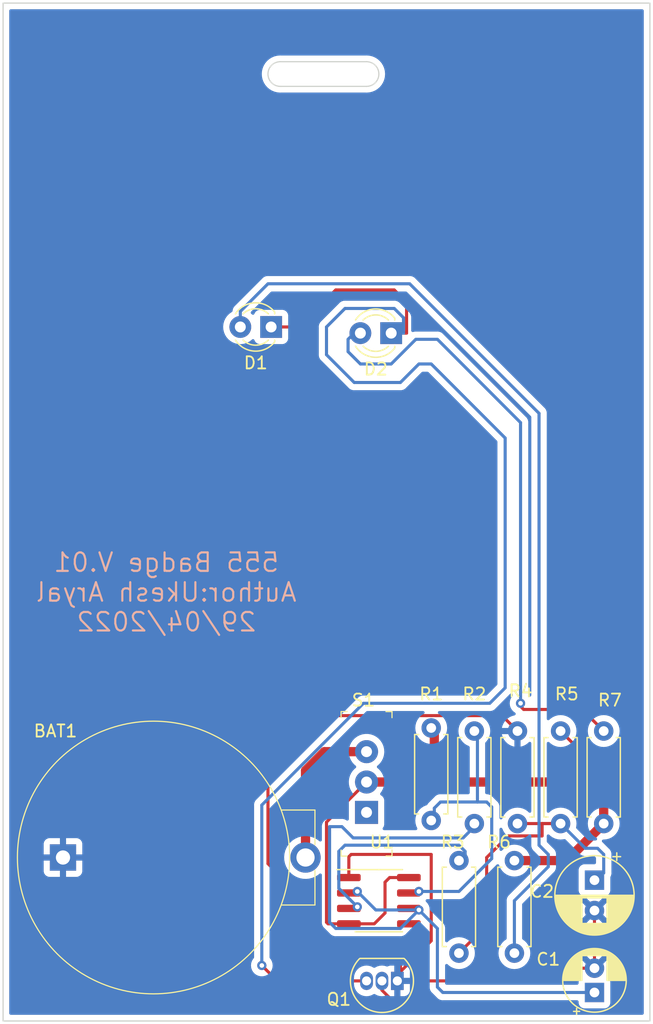
<source format=kicad_pcb>
(kicad_pcb (version 20211014) (generator pcbnew)
  (title_block (title "First Prototype") (date "2022-04-28") (rev "v01") (comment 1 "Author: Ukesh Aryal"))
  (layers (0 "F.Cu" signal) (31 "B.Cu" signal) (34 "B.Paste" user) (35 "F.Paste" user) (36 "B.SilkS" user "B.Silkscreen") (37 "F.SilkS" user "F.Silkscreen") (38 "B.Mask" user) (39 "F.Mask" user) (44 "Edge.Cuts" user))
  (net 0 "")
  (net 1 "GND")
  (net 2 "Net-(BAT1-PadPos)")
  (net 3 "Net-(C1-Pad1)")
  (net 4 "Net-(C2-Pad1)")
  (net 5 "Net-(D1-Pad1)")
  (net 6 "Net-(D1-Pad2)")
  (net 7 "Net-(D2-Pad2)")
  (net 8 "Net-(Q1-Pad2)")
  (net 9 "Net-(R1-Pad2)")
  (net 10 "Net-(R3-Pad2)")
  (net 11 "VCC")
  (footprint "Resistor_THT:R_Axial_DIN0207_L6.3mm_D2.5mm_P7.62mm_Horizontal" (layer "F.Cu") (at 57.912 97.282 90)
    (fp_text reference "R3" (at 9.144 -0.508 180) (layer "F.SilkS"))
    (fp_text value "22k")
    (fp_line (start 0.54 -1.37) (end 7.08 -1.37) (layer "F.SilkS") (width 0.12))
    (fp_line (start 0.54 -1.04) (end 0.54 -1.37) (layer "F.SilkS") (width 0.12))
    (fp_line (start 0.54 1.37) (end 7.08 1.37) (layer "F.SilkS") (width 0.12))
    (fp_line (start 7.08 -1.37) (end 7.08 -1.04) (layer "F.SilkS") (width 0.12))
    (fp_line (start 0.54 1.04) (end 0.54 1.37) (layer "F.SilkS") (width 0.12))
    (fp_line (start 7.08 1.37) (end 7.08 1.04) (layer "F.SilkS") (width 0.12))
    (pad "1" thru_hole circle (at 0 0 90) (size 1.6 1.6) (drill 0.8) (layers *.Cu *.Mask) (net 4 "Net-(C2-Pad1)"))
    (pad "2" thru_hole oval (at 7.62 0 90) (size 1.6 1.6) (drill 0.8) (layers *.Cu *.Mask) (net 10 "Net-(R3-Pad2)"))
  )
  (footprint "LED_THT:LED_D3.0mm" (layer "F.Cu") (at 42.423 45.72 180)
    (fp_text reference "D1" (at 1.27 -2.96) (layer "F.SilkS"))
    (fp_text value "RED")
    (fp_line (start -0.29 1.08) (end -0.29 1.236) (layer "F.SilkS") (width 0.12))
    (fp_line (start -0.29 -1.236) (end -0.29 -1.08) (layer "F.SilkS") (width 0.12))
    (fp_arc (start -0.29 -1.235516) (mid 1.366487 -1.987659) (end 2.942335 -1.078608) (layer "F.SilkS") (width 0.12))
    (fp_arc (start 2.31113 1.079837) (mid 1.270117 1.5) (end 0.229039 1.08) (layer "F.SilkS") (width 0.12))
    (fp_arc (start 2.942335 1.078608) (mid 1.366487 1.987659) (end -0.29 1.235516) (layer "F.SilkS") (width 0.12))
    (fp_arc (start 0.229039 -1.08) (mid 1.270117 -1.5) (end 2.31113 -1.079837) (layer "F.SilkS") (width 0.12))
    (pad "1" thru_hole rect (at 0 0 180) (size 1.8 1.8) (drill 0.9) (layers *.Cu *.Mask) (net 5 "Net-(D1-Pad1)"))
    (pad "2" thru_hole circle (at 2.54 0 180) (size 1.8 1.8) (drill 0.9) (layers *.Cu *.Mask) (net 6 "Net-(D1-Pad2)"))
  )
  (footprint "Capacitor_THT:CP_Radial_D6.3mm_P2.50mm" (layer "F.Cu") (at 69.088 91.273621 -90)
    (fp_text reference "C2" (at 0.928379 4.318 180) (layer "F.SilkS"))
    (fp_text value "100uF")
    (fp_line (start 3.371 -2.45) (end 3.371 -1.04) (layer "F.SilkS") (width 0.12))
    (fp_line (start 1.61 -3.211) (end 1.61 -1.04) (layer "F.SilkS") (width 0.12))
    (fp_line (start 2.051 -3.131) (end 2.051 -1.04) (layer "F.SilkS") (width 0.12))
    (fp_line (start 2.491 -2.986) (end 2.491 -1.04) (layer "F.SilkS") (width 0.12))
    (fp_line (start 3.411 -2.416) (end 3.411 -1.04) (layer "F.SilkS") (width 0.12))
    (fp_line (start 3.091 1.04) (end 3.091 2.664) (layer "F.SilkS") (width 0.12))
    (fp_line (start 1.73 1.04) (end 1.73 3.195) (layer "F.SilkS") (width 0.12))
    (fp_line (start 2.771 1.04) (end 2.771 2.856) (layer "F.SilkS") (width 0.12))
    (fp_line (start 3.011 -2.716) (end 3.011 -1.04) (layer "F.SilkS") (width 0.12))
    (fp_line (start 3.331 1.04) (end 3.331 2.484) (layer "F.SilkS") (width 0.12))
    (fp_line (start 3.291 -2.516) (end 3.291 -1.04) (layer "F.SilkS") (width 0.12))
    (fp_line (start 2.691 1.04) (end 2.691 2.896) (layer "F.SilkS") (width 0.12))
    (fp_line (start 4.411 -0.802) (end 4.411 0.802) (layer "F.SilkS") (width 0.12))
    (fp_line (start 1.57 1.04) (end 1.57 3.215) (layer "F.SilkS") (width 0.12))
    (fp_line (start 2.971 -2.742) (end 2.971 -1.04) (layer "F.SilkS") (width 0.12))
    (fp_line (start 2.371 -3.033) (end 2.371 -1.04) (layer "F.SilkS") (width 0.12))
    (fp_line (start 1.49 -3.222) (end 1.49 -1.04) (layer "F.SilkS") (width 0.12))
    (fp_line (start 3.971 -1.776) (end 3.971 1.776) (layer "F.SilkS") (width 0.12))
    (fp_line (start 3.531 1.04) (end 3.531 2.305) (layer "F.SilkS") (width 0.12))
    (fp_line (start 4.091 -1.581) (end 4.091 1.581) (layer "F.SilkS") (width 0.12))
    (fp_line (start 1.25 -3.23) (end 1.25 3.23) (layer "F.SilkS") (width 0.12))
    (fp_line (start 2.091 -3.121) (end 2.091 -1.04) (layer "F.SilkS") (width 0.12))
    (fp_line (start 1.49 1.04) (end 1.49 3.222) (layer "F.SilkS") (width 0.12))
    (fp_line (start 2.731 1.04) (end 2.731 2.876) (layer "F.SilkS") (width 0.12))
    (fp_line (start 4.371 -0.94) (end 4.371 0.94) (layer "F.SilkS") (width 0.12))
    (fp_line (start 1.37 -3.228) (end 1.37 3.228) (layer "F.SilkS") (width 0.12))
    (fp_line (start 3.171 1.04) (end 3.171 2.607) (layer "F.SilkS") (width 0.12))
    (fp_line (start 1.57 -3.215) (end 1.57 -1.04) (layer "F.SilkS") (width 0.12))
    (fp_line (start 2.171 1.04) (end 2.171 3.098) (layer "F.SilkS") (width 0.12))
    (fp_line (start 1.81 -3.182) (end 1.81 -1.04) (layer "F.SilkS") (width 0.12))
    (fp_line (start 2.251 1.04) (end 2.251 3.074) (layer "F.SilkS") (width 0.12))
    (fp_line (start 4.251 -1.262) (end 4.251 1.262) (layer "F.SilkS") (width 0.12))
    (fp_line (start 3.931 -1.834) (end 3.931 1.834) (layer "F.SilkS") (width 0.12))
    (fp_line (start 3.371 1.04) (end 3.371 2.45) (layer "F.SilkS") (width 0.12))
    (fp_line (start 2.251 -3.074) (end 2.251 -1.04) (layer "F.SilkS") (width 0.12))
    (fp_line (start 2.611 1.04) (end 2.611 2.934) (layer "F.SilkS") (width 0.12))
    (fp_line (start 1.89 -3.167) (end 1.89 -1.04) (layer "F.SilkS") (width 0.12))
    (fp_line (start 1.971 1.04) (end 1.971 3.15) (layer "F.SilkS") (width 0.12))
    (fp_line (start 2.371 1.04) (end 2.371 3.033) (layer "F.SilkS") (width 0.12))
    (fp_line (start 2.931 1.04) (end 2.931 2.766) (layer "F.SilkS") (width 0.12))
    (fp_line (start 3.491 -2.343) (end 3.491 -1.04) (layer "F.SilkS") (width 0.12))
    (fp_line (start 2.211 -3.086) (end 2.211 -1.04) (layer "F.SilkS") (width 0.12))
    (fp_line (start 2.571 -2.952) (end 2.571 -1.04) (layer "F.SilkS") (width 0.12))
    (fp_line (start 1.65 -3.206) (end 1.65 -1.04) (layer "F.SilkS") (width 0.12))
    (fp_line (start 3.251 -2.548) (end 3.251 -1.04) (layer "F.SilkS") (width 0.12))
    (fp_line (start 3.451 1.04) (end 3.451 2.38) (layer "F.SilkS") (width 0.12))
    (fp_line (start 2.851 1.04) (end 2.851 2.812) (layer "F.SilkS") (width 0.12))
    (fp_line (start 3.491 1.04) (end 3.491 2.343) (layer "F.SilkS") (width 0.12))
    (fp_line (start 2.011 -3.141) (end 2.011 -1.04) (layer "F.SilkS") (width 0.12))
    (fp_line (start 2.291 -3.061) (end 2.291 -1.04) (layer "F.SilkS") (width 0.12))
    (fp_line (start 2.211 1.04) (end 2.211 3.086) (layer "F.SilkS") (width 0.12))
    (fp_line (start 4.171 -1.432) (end 4.171 1.432) (layer "F.SilkS") (width 0.12))
    (fp_line (start 2.771 -2.856) (end 2.771 -1.04) (layer "F.SilkS") (width 0.12))
    (fp_line (start 2.091 1.04) (end 2.091 3.121) (layer "F.SilkS") (width 0.12))
    (fp_line (start 3.011 1.04) (end 3.011 2.716) (layer "F.SilkS") (width 0.12))
    (fp_line (start 1.93 -3.159) (end 1.93 -1.04) (layer "F.SilkS") (width 0.12))
    (fp_line (start 3.331 -2.484) (end 3.331 -1.04) (layer "F.SilkS") (width 0.12))
    (fp_line (start 2.171 -3.098) (end 2.171 -1.04) (layer "F.SilkS") (width 0.12))
    (fp_line (start 2.731 -2.876) (end 2.731 -1.04) (layer "F.SilkS") (width 0.12))
    (fp_line (start 4.451 -0.633) (end 4.451 0.633) (layer "F.SilkS") (width 0.12))
    (fp_line (start 4.011 -1.714) (end 4.011 1.714) (layer "F.SilkS") (width 0.12))
    (fp_line (start 2.651 1.04) (end 2.651 2.916) (layer "F.SilkS") (width 0.12))
    (fp_line (start 3.051 1.04) (end 3.051 2.69) (layer "F.SilkS") (width 0.12))
    (fp_line (start 2.811 1.04) (end 2.811 2.834) (layer "F.SilkS") (width 0.12))
    (fp_line (start 3.411 1.04) (end 3.411 2.416) (layer "F.SilkS") (width 0.12))
    (fp_line (start 4.211 -1.35) (end 4.211 1.35) (layer "F.SilkS") (width 0.12))
    (fp_line (start 3.291 1.04) (end 3.291 2.516) (layer "F.SilkS") (width 0.12))
    (fp_line (start -2.250241 -1.839) (end -1.620241 -1.839) (layer "F.SilkS") (width 0.12))
    (fp_line (start 2.651 -2.916) (end 2.651 -1.04) (layer "F.SilkS") (width 0.12))
    (fp_line (start 2.891 1.04) (end 2.891 2.79) (layer "F.SilkS") (width 0.12))
    (fp_line (start 3.771 -2.044) (end 3.771 2.044) (layer "F.SilkS") (width 0.12))
    (fp_line (start 3.131 -2.636) (end 3.131 -1.04) (layer "F.SilkS") (width 0.12))
    (fp_line (start 2.411 1.04) (end 2.411 3.018) (layer "F.SilkS") (width 0.12))
    (fp_line (start 2.851 -2.812) (end 2.851 -1.04) (layer "F.SilkS") (width 0.12))
    (fp_line (start 2.611 -2.934) (end 2.611 -1.04) (layer "F.SilkS") (width 0.12))
    (fp_line (start 3.211 1.04) (end 3.211 2.578) (layer "F.SilkS") (width 0.12))
    (fp_line (start 2.691 -2.896) (end 2.691 -1.04) (layer "F.SilkS") (width 0.12))
    (fp_line (start 3.891 -1.89) (end 3.891 1.89) (layer "F.SilkS") (width 0.12))
    (fp_line (start 3.171 -2.607) (end 3.171 -1.04) (layer "F.SilkS") (width 0.12))
    (fp_line (start 1.45 -3.224) (end 1.45 3.224) (layer "F.SilkS") (width 0.12))
    (fp_line (start 3.611 -2.224) (end 3.611 2.224) (layer "F.SilkS") (width 0.12))
    (fp_line (start 1.33 -3.23) (end 1.33 3.23) (layer "F.SilkS") (width 0.12))
    (fp_line (start 3.251 1.04) (end 3.251 2.548) (layer "F.SilkS") (width 0.12))
    (fp_line (start 2.051 1.04) (end 2.051 3.131) (layer "F.SilkS") (width 0.12))
    (fp_line (start 3.451 -2.38) (end 3.451 -1.04) (layer "F.SilkS") (width 0.12))
    (fp_line (start 4.131 -1.509) (end 4.131 1.509) (layer "F.SilkS") (width 0.12))
    (fp_line (start 2.971 1.04) (end 2.971 2.742) (layer "F.SilkS") (width 0.12))
    (fp_line (start 2.531 1.04) (end 2.531 2.97) (layer "F.SilkS") (width 0.12))
    (fp_line (start 4.331 -1.059) (end 4.331 1.059) (layer "F.SilkS") (width 0.12))
    (fp_line (start 1.69 1.04) (end 1.69 3.201) (layer "F.SilkS") (width 0.12))
    (fp_line (start 2.531 -2.97) (end 2.531 -1.04) (layer "F.SilkS") (width 0.12))
    (fp_line (start 1.77 -3.189) (end 1.77 -1.04) (layer "F.SilkS") (width 0.12))
    (fp_line (start 3.531 -2.305) (end 3.531 -1.04) (layer "F.SilkS") (width 0.12))
    (fp_line (start 1.971 -3.15) (end 1.971 -1.04) (layer "F.SilkS") (width 0.12))
    (fp_line (start 1.29 -3.23) (end 1.29 3.23) (layer "F.SilkS") (width 0.12))
    (fp_line (start 2.571 1.04) (end 2.571 2.952) (layer "F.SilkS") (width 0.12))
    (fp_line (start 2.451 1.04) (end 2.451 3.002) (layer "F.SilkS") (width 0.12))
    (fp_line (start 3.691 -2.137) (end 3.691 2.137) (layer "F.SilkS") (width 0.12))
    (fp_line (start 4.291 -1.165) (end 4.291 1.165) (layer "F.SilkS") (width 0.12))
    (fp_line (start 2.931 -2.766) (end 2.931 -1.04) (layer "F.SilkS") (width 0.12))
    (fp_line (start 1.77 1.04) (end 1.77 3.189) (layer "F.SilkS") (width 0.12))
    (fp_line (start 2.011 1.04) (end 2.011 3.141) (layer "F.SilkS") (width 0.12))
    (fp_line (start 2.131 1.04) (end 2.131 3.11) (layer "F.SilkS") (width 0.12))
    (fp_line (start 1.85 1.04) (end 1.85 3.175) (layer "F.SilkS") (width 0.12))
    (fp_line (start 1.89 1.04) (end 1.89 3.167) (layer "F.SilkS") (width 0.12))
    (fp_line (start 2.331 1.04) (end 2.331 3.047) (layer "F.SilkS") (width 0.12))
    (fp_line (start 1.73 -3.195) (end 1.73 -1.04) (layer "F.SilkS") (width 0.12))
    (fp_line (start 3.651 -2.182) (end 3.651 2.182) (layer "F.SilkS") (width 0.12))
    (fp_line (start 2.891 -2.79) (end 2.891 -1.04) (layer "F.SilkS") (width 0.12))
    (fp_line (start 4.491 -0.402) (end 4.491 0.402) (layer "F.SilkS") (width 0.12))
    (fp_line (start 3.131 1.04) (end 3.131 2.636) (layer "F.SilkS") (width 0.12))
    (fp_line (start 2.811 -2.834) (end 2.811 -1.04) (layer "F.SilkS") (width 0.12))
    (fp_line (start 1.61 1.04) (end 1.61 3.211) (layer "F.SilkS") (width 0.12))
    (fp_line (start 3.211 -2.578) (end 3.211 -1.04) (layer "F.SilkS") (width 0.12))
    (fp_line (start 2.131 -3.11) (end 2.131 -1.04) (layer "F.SilkS") (width 0.12))
    (fp_line (start 3.051 -2.69) (end 3.051 -1.04) (layer "F.SilkS") (width 0.12))
    (fp_line (start 1.41 -3.227) (end 1.41 3.227) (layer "F.SilkS") (width 0.12))
    (fp_line (start 2.331 -3.047) (end 2.331 -1.04) (layer "F.SilkS") (width 0.12))
    (fp_line (start 3.571 -2.265) (end 3.571 2.265) (layer "F.SilkS") (width 0.12))
    (fp_line (start 1.69 -3.201) (end 1.69 -1.04) (layer "F.SilkS") (width 0.12))
    (fp_line (start 2.451 -3.002) (end 2.451 -1.04) (layer "F.SilkS") (width 0.12))
    (fp_line (start 1.81 1.04) (end 1.81 3.182) (layer "F.SilkS") (width 0.12))
    (fp_line (start 2.291 1.04) (end 2.291 3.061) (layer "F.SilkS") (width 0.12))
    (fp_line (start 1.53 -3.218) (end 1.53 -1.04) (layer "F.SilkS") (width 0.12))
    (fp_line (start 1.53 1.04) (end 1.53 3.218) (layer "F.SilkS") (width 0.12))
    (fp_line (start 3.811 -1.995) (end 3.811 1.995) (layer "F.SilkS") (width 0.12))
    (fp_line (start 1.85 -3.175) (end 1.85 -1.04) (layer "F.SilkS") (width 0.12))
    (fp_line (start -1.935241 -2.154) (end -1.935241 -1.524) (layer "F.SilkS") (width 0.12))
    (fp_line (start 3.731 -2.092) (end 3.731 2.092) (layer "F.SilkS") (width 0.12))
    (fp_line (start 3.091 -2.664) (end 3.091 -1.04) (layer "F.SilkS") (width 0.12))
    (fp_line (start 3.851 -1.944) (end 3.851 1.944) (layer "F.SilkS") (width 0.12))
    (fp_line (start 2.411 -3.018) (end 2.411 -1.04) (layer "F.SilkS") (width 0.12))
    (fp_line (start 1.93 1.04) (end 1.93 3.159) (layer "F.SilkS") (width 0.12))
    (fp_line (start 2.491 1.04) (end 2.491 2.986) (layer "F.SilkS") (width 0.12))
    (fp_line (start 4.051 -1.65) (end 4.051 1.65) (layer "F.SilkS") (width 0.12))
    (fp_line (start 1.65 1.04) (end 1.65 3.206) (layer "F.SilkS") (width 0.12))
    (fp_circle (center 1.25 0) (end 4.52 0) (layer "F.SilkS") (width 0.12) (fill none))
    (pad "1" thru_hole rect (at 0 0 270) (size 1.6 1.6) (drill 0.8) (layers *.Cu *.Mask) (net 4 "Net-(C2-Pad1)"))
    (pad "2" thru_hole circle (at 2.5 0 270) (size 1.6 1.6) (drill 0.8) (layers *.Cu *.Mask) (net 1 "GND"))
  )
  (footprint "Capacitor_THT:CP_Radial_D5.0mm_P2.00mm" (layer "F.Cu") (at 69.088 100.523112 90)
    (fp_text reference "C1" (at 2.733112 -3.81 180) (layer "F.SilkS"))
    (fp_text value "10uF")
    (fp_line (start 3.561 -0.518) (end 3.561 0.518) (layer "F.SilkS") (width 0.12))
    (fp_line (start 2.561 -2.065) (end 2.561 -1.04) (layer "F.SilkS") (width 0.12))
    (fp_line (start 3.401 -1.011) (end 3.401 1.011) (layer "F.SilkS") (width 0.12))
    (fp_line (start 1.48 -2.536) (end 1.48 -1.04) (layer "F.SilkS") (width 0.12))
    (fp_line (start 2.041 1.04) (end 2.041 2.365) (layer "F.SilkS") (width 0.12))
    (fp_line (start 1.4 -2.55) (end 1.4 -1.04) (layer "F.SilkS") (width 0.12))
    (fp_line (start 1.2 1.04) (end 1.2 2.573) (layer "F.SilkS") (width 0.12))
    (fp_line (start 1.721 1.04) (end 1.721 2.48) (layer "F.SilkS") (width 0.12))
    (fp_line (start 2.281 1.04) (end 2.281 2.247) (layer "F.SilkS") (width 0.12))
    (fp_line (start 2.401 1.04) (end 2.401 2.175) (layer "F.SilkS") (width 0.12))
    (fp_line (start 1.841 -2.442) (end 1.841 -1.04) (layer "F.SilkS") (width 0.12))
    (fp_line (start 2.401 -2.175) (end 2.401 -1.04) (layer "F.SilkS") (width 0.12))
    (fp_line (start 2.441 1.04) (end 2.441 2.149) (layer "F.SilkS") (width 0.12))
    (fp_line (start 1.04 1.04) (end 1.04 2.58) (layer "F.SilkS") (width 0.12))
    (fp_line (start 1.801 1.04) (end 1.801 2.455) (layer "F.SilkS") (width 0.12))
    (fp_line (start 1 1.04) (end 1 2.58) (layer "F.SilkS") (width 0.12))
    (fp_line (start 3.121 -1.5) (end 3.121 1.5) (layer "F.SilkS") (width 0.12))
    (fp_line (start 2.681 -1.971) (end 2.681 -1.04) (layer "F.SilkS") (width 0.12))
    (fp_line (start 2.921 -1.743) (end 2.921 -1.04) (layer "F.SilkS") (width 0.12))
    (fp_line (start 3.001 1.04) (end 3.001 1.653) (layer "F.SilkS") (width 0.12))
    (fp_line (start 1.2 -2.573) (end 1.2 -1.04) (layer "F.SilkS") (width 0.12))
    (fp_line (start 1.32 1.04) (end 1.32 2.561) (layer "F.SilkS") (width 0.12))
    (fp_line (start 1.721 -2.48) (end 1.721 -1.04) (layer "F.SilkS") (width 0.12))
    (fp_line (start 2.841 -1.826) (end 2.841 -1.04) (layer "F.SilkS") (width 0.12))
    (fp_line (start 1.6 -2.511) (end 1.6 -1.04) (layer "F.SilkS") (width 0.12))
    (fp_line (start 2.721 1.04) (end 2.721 1.937) (layer "F.SilkS") (width 0.12))
    (fp_line (start 2.841 1.04) (end 2.841 1.826) (layer "F.SilkS") (width 0.12))
    (fp_line (start 1.4 1.04) (end 1.4 2.55) (layer "F.SilkS") (width 0.12))
    (fp_line (start 2.361 -2.2) (end 2.361 -1.04) (layer "F.SilkS") (width 0.12))
    (fp_line (start 1.04 -2.58) (end 1.04 -1.04) (layer "F.SilkS") (width 0.12))
    (fp_line (start 2.161 1.04) (end 2.161 2.31) (layer "F.SilkS") (width 0.12))
    (fp_line (start 2.281 -2.247) (end 2.281 -1.04) (layer "F.SilkS") (width 0.12))
    (fp_line (start 1.56 1.04) (end 1.56 2.52) (layer "F.SilkS") (width 0.12))
    (fp_line (start 2.121 1.04) (end 2.121 2.329) (layer "F.SilkS") (width 0.12))
    (fp_line (start 2.001 -2.382) (end 2.001 -1.04) (layer "F.SilkS") (width 0.12))
    (fp_line (start 3.601 -0.284) (end 3.601 0.284) (layer "F.SilkS") (width 0.12))
    (fp_line (start 1.52 -2.528) (end 1.52 -1.04) (layer "F.SilkS") (width 0.12))
    (fp_line (start 1.881 -2.428) (end 1.881 -1.04) (layer "F.SilkS") (width 0.12))
    (fp_line (start 1.44 -2.543) (end 1.44 -1.04) (layer "F.SilkS") (width 0.12))
    (fp_line (start 2.761 1.04) (end 2.761 1.901) (layer "F.SilkS") (width 0.12))
    (fp_line (start 1.64 -2.501) (end 1.64 -1.04) (layer "F.SilkS") (width 0.12))
    (fp_line (start 3.481 -0.805) (end 3.481 0.805) (layer "F.SilkS") (width 0.12))
    (fp_line (start 1.16 1.04) (end 1.16 2.576) (layer "F.SilkS") (width 0.12))
    (fp_line (start 1.56 -2.52) (end 1.56 -1.04) (layer "F.SilkS") (width 0.12))
    (fp_line (start 2.641 1.04) (end 2.641 2.004) (layer "F.SilkS") (width 0.12))
    (fp_line (start 2.681 1.04) (end 2.681 1.971) (layer "F.SilkS") (width 0.12))
    (fp_line (start 3.161 -1.443) (end 3.161 1.443) (layer "F.SilkS") (width 0.12))
    (fp_line (start 1.961 1.04) (end 1.961 2.398) (layer "F.SilkS") (width 0.12))
    (fp_line (start 3.321 -1.178) (end 3.321 1.178) (layer "F.SilkS") (width 0.12))
    (fp_line (start 3.001 -1.653) (end 3.001 -1.04) (layer "F.SilkS") (width 0.12))
    (fp_line (start 3.041 -1.605) (end 3.041 1.605) (layer "F.SilkS") (width 0.12))
    (fp_line (start 2.961 1.04) (end 2.961 1.699) (layer "F.SilkS") (width 0.12))
    (fp_line (start 1.68 -2.491) (end 1.68 -1.04) (layer "F.SilkS") (width 0.12))
    (fp_line (start 1.68 1.04) (end 1.68 2.491) (layer "F.SilkS") (width 0.12))
    (fp_line (start 3.361 -1.098) (end 3.361 1.098) (layer "F.SilkS") (width 0.12))
    (fp_line (start 2.721 -1.937) (end 2.721 -1.04) (layer "F.SilkS") (width 0.12))
    (fp_line (start 3.441 -0.915) (end 3.441 0.915) (layer "F.SilkS") (width 0.12))
    (fp_line (start 1.24 1.04) (end 1.24 2.569) (layer "F.SilkS") (width 0.12))
    (fp_line (start 2.481 -2.122) (end 2.481 -1.04) (layer "F.SilkS") (width 0.12))
    (fp_line (start 2.321 -2.224) (end 2.321 -1.04) (layer "F.SilkS") (width 0.12))
    (fp_line (start 2.801 1.04) (end 2.801 1.864) (layer "F.SilkS") (width 0.12))
    (fp_line (start 1.921 -2.414) (end 1.921 -1.04) (layer "F.SilkS") (width 0.12))
    (fp_line (start -1.804775 -1.475) (end -1.304775 -1.475) (layer "F.SilkS") (width 0.12))
    (fp_line (start 2.881 -1.785) (end 2.881 -1.04) (layer "F.SilkS") (width 0.12))
    (fp_line (start 2.601 -2.035) (end 2.601 -1.04) (layer "F.SilkS") (width 0.12))
    (fp_line (start 1.36 1.04) (end 1.36 2.556) (layer "F.SilkS") (width 0.12))
    (fp_line (start 2.361 1.04) (end 2.361 2.2) (layer "F.SilkS") (width 0.12))
    (fp_line (start 1.64 1.04) (end 1.64 2.501) (layer "F.SilkS") (width 0.12))
    (fp_line (start 1.08 1.04) (end 1.08 2.579) (layer "F.SilkS") (width 0.12))
    (fp_line (start 2.521 1.04) (end 2.521 2.095) (layer "F.SilkS") (width 0.12))
    (fp_line (start 3.521 -0.677) (end 3.521 0.677) (layer "F.SilkS") (width 0.12))
    (fp_line (start 1.881 1.04) (end 1.881 2.428) (layer "F.SilkS") (width 0.12))
    (fp_line (start 2.241 -2.268) (end 2.241 -1.04) (layer "F.SilkS") (width 0.12))
    (fp_line (start 2.881 1.04) (end 2.881 1.785) (layer "F.SilkS") (width 0.12))
    (fp_line (start 2.081 -2.348) (end 2.081 -1.04) (layer "F.SilkS") (width 0.12))
    (fp_line (start 3.201 -1.383) (end 3.201 1.383) (layer "F.SilkS") (width 0.12))
    (fp_line (start 2.081 1.04) (end 2.081 2.348) (layer "F.SilkS") (width 0.12))
    (fp_line (start 2.921 1.04) (end 2.921 1.743) (layer "F.SilkS") (width 0.12))
    (fp_line (start 2.121 -2.329) (end 2.121 -1.04) (layer "F.SilkS") (width 0.12))
    (fp_line (start 3.241 -1.319) (end 3.241 1.319) (layer "F.SilkS") (width 0.12))
    (fp_line (start 3.281 -1.251) (end 3.281 1.251) (layer "F.SilkS") (width 0.12))
    (fp_line (start 2.201 1.04) (end 2.201 2.29) (layer "F.SilkS") (width 0.12))
    (fp_line (start 2.761 -1.901) (end 2.761 -1.04) (layer "F.SilkS") (width 0.12))
    (fp_line (start 1 -2.58) (end 1 -1.04) (layer "F.SilkS") (width 0.12))
    (fp_line (start 2.481 1.04) (end 2.481 2.122) (layer "F.SilkS") (width 0.12))
    (fp_line (start 2.321 1.04) (end 2.321 2.224) (layer "F.SilkS") (width 0.12))
    (fp_line (start 1.6 1.04) (end 1.6 2.511) (layer "F.SilkS") (width 0.12))
    (fp_line (start 1.28 1.04) (end 1.28 2.565) (layer "F.SilkS") (width 0.12))
    (fp_line (start 1.761 1.04) (end 1.761 2.468) (layer "F.SilkS") (width 0.12))
    (fp_line (start 2.961 -1.699) (end 2.961 -1.04) (layer "F.SilkS") (width 0.12))
    (fp_line (start 2.441 -2.149) (end 2.441 -1.04) (layer "F.SilkS") (width 0.12))
    (fp_line (start 1.52 1.04) (end 1.52 2.528) (layer "F.SilkS") (width 0.12))
    (fp_line (start 1.801 -2.455) (end 1.801 -1.04) (layer "F.SilkS") (width 0.12))
    (fp_line (start 1.841 1.04) (end 1.841 2.442) (layer "F.SilkS") (width 0.12))
    (fp_line (start 2.521 -2.095) (end 2.521 -1.04) (layer "F.SilkS") (width 0.12))
    (fp_line (start 1.961 -2.398) (end 1.961 -1.04) (layer "F.SilkS") (width 0.12))
    (fp_line (start 1.16 -2.576) (end 1.16 -1.04) (layer "F.SilkS") (width 0.12))
    (fp_line (start 2.241 1.04) (end 2.241 2.268) (layer "F.SilkS") (width 0.12))
    (fp_line (start 1.761 -2.468) (end 1.761 -1.04) (layer "F.SilkS") (width 0.12))
    (fp_line (start 2.601 1.04) (end 2.601 2.035) (layer "F.SilkS") (width 0.12))
    (fp_line (start 1.48 1.04) (end 1.48 2.536) (layer "F.SilkS") (width 0.12))
    (fp_line (start 2.801 -1.864) (end 2.801 -1.04) (layer "F.SilkS") (width 0.12))
    (fp_line (start 1.921 1.04) (end 1.921 2.414) (layer "F.SilkS") (width 0.12))
    (fp_line (start 3.081 -1.554) (end 3.081 1.554) (layer "F.SilkS") (width 0.12))
    (fp_line (start 1.44 1.04) (end 1.44 2.543) (layer "F.SilkS") (width 0.12))
    (fp_line (start 2.561 1.04) (end 2.561 2.065) (layer "F.SilkS") (width 0.12))
    (fp_line (start 2.001 1.04) (end 2.001 2.382) (layer "F.SilkS") (width 0.12))
    (fp_line (start 1.32 -2.561) (end 1.32 -1.04) (layer "F.SilkS") (width 0.12))
    (fp_line (start 1.12 1.04) (end 1.12 2.578) (layer "F.SilkS") (width 0.12))
    (fp_line (start 1.12 -2.578) (end 1.12 -1.04) (layer "F.SilkS") (width 0.12))
    (fp_line (start 2.201 -2.29) (end 2.201 -1.04) (layer "F.SilkS") (width 0.12))
    (fp_line (start -1.554775 -1.725) (end -1.554775 -1.225) (layer "F.SilkS") (width 0.12))
    (fp_line (start 1.36 -2.556) (end 1.36 -1.04) (layer "F.SilkS") (width 0.12))
    (fp_line (start 2.161 -2.31) (end 2.161 -1.04) (layer "F.SilkS") (width 0.12))
    (fp_line (start 1.24 -2.569) (end 1.24 -1.04) (layer "F.SilkS") (width 0.12))
    (fp_line (start 2.041 -2.365) (end 2.041 -1.04) (layer "F.SilkS") (width 0.12))
    (fp_line (start 1.08 -2.579) (end 1.08 -1.04) (layer "F.SilkS") (width 0.12))
    (fp_line (start 1.28 -2.565) (end 1.28 -1.04) (layer "F.SilkS") (width 0.12))
    (fp_line (start 2.641 -2.004) (end 2.641 -1.04) (layer "F.SilkS") (width 0.12))
    (fp_circle (center 1 0) (end 3.62 0) (layer "F.SilkS") (width 0.12) (fill none))
    (pad "1" thru_hole rect (at 0 0 90) (size 1.6 1.6) (drill 0.8) (layers *.Cu *.Mask) (net 3 "Net-(C1-Pad1)"))
    (pad "2" thru_hole circle (at 2 0 90) (size 1.6 1.6) (drill 0.8) (layers *.Cu *.Mask) (net 1 "GND"))
  )
  (footprint "Resistor_THT:R_Axial_DIN0207_L6.3mm_D2.5mm_P7.62mm_Horizontal" (layer "F.Cu") (at 62.738 86.614 90)
    (fp_text reference "R4" (at 10.922 0.254 180) (layer "F.SilkS"))
    (fp_text value "100k")
    (fp_line (start 7.08 -1.37) (end 7.08 -1.04) (layer "F.SilkS") (width 0.12))
    (fp_line (start 0.54 1.37) (end 7.08 1.37) (layer "F.SilkS") (width 0.12))
    (fp_line (start 7.08 1.37) (end 7.08 1.04) (layer "F.SilkS") (width 0.12))
    (fp_line (start 0.54 -1.37) (end 7.08 -1.37) (layer "F.SilkS") (width 0.12))
    (fp_line (start 0.54 1.04) (end 0.54 1.37) (layer "F.SilkS") (width 0.12))
    (fp_line (start 0.54 -1.04) (end 0.54 -1.37) (layer "F.SilkS") (width 0.12))
    (pad "1" thru_hole circle (at 0 0 90) (size 1.6 1.6) (drill 0.8) (layers *.Cu *.Mask) (net 4 "Net-(C2-Pad1)"))
    (pad "2" thru_hole oval (at 7.62 0 90) (size 1.6 1.6) (drill 0.8) (layers *.Cu *.Mask) (net 1 "GND"))
  )
  (footprint "Resistor_THT:R_Axial_DIN0207_L6.3mm_D2.5mm_P7.62mm_Horizontal" (layer "F.Cu") (at 62.484 89.662 -90)
    (fp_text reference "R6" (at -1.524 1.27 180) (layer "F.SilkS"))
    (fp_text value "100")
    (fp_line (start 0.54 -1.37) (end 7.08 -1.37) (layer "F.SilkS") (width 0.12))
    (fp_line (start 0.54 -1.04) (end 0.54 -1.37) (layer "F.SilkS") (width 0.12))
    (fp_line (start 7.08 -1.37) (end 7.08 -1.04) (layer "F.SilkS") (width 0.12))
    (fp_line (start 7.08 1.37) (end 7.08 1.04) (layer "F.SilkS") (width 0.12))
    (fp_line (start 0.54 1.04) (end 0.54 1.37) (layer "F.SilkS") (width 0.12))
    (fp_line (start 0.54 1.37) (end 7.08 1.37) (layer "F.SilkS") (width 0.12))
    (pad "1" thru_hole circle (at 0 0 270) (size 1.6 1.6) (drill 0.8) (layers *.Cu *.Mask) (net 11 "VCC"))
    (pad "2" thru_hole oval (at 7.62 0 270) (size 1.6 1.6) (drill 0.8) (layers *.Cu *.Mask) (net 6 "Net-(D1-Pad2)"))
  )
  (footprint "Resistor_THT:R_Axial_DIN0207_L6.3mm_D2.5mm_P7.62mm_Horizontal" (layer "F.Cu") (at 55.626 78.74 -90)
    (fp_text reference "R1" (at -2.794 0 180) (layer "F.SilkS"))
    (fp_text value "22k")
    (fp_line (start 0.54 1.37) (end 7.08 1.37) (layer "F.SilkS") (width 0.12))
    (fp_line (start 0.54 -1.37) (end 7.08 -1.37) (layer "F.SilkS") (width 0.12))
    (fp_line (start 7.08 -1.37) (end 7.08 -1.04) (layer "F.SilkS") (width 0.12))
    (fp_line (start 0.54 -1.04) (end 0.54 -1.37) (layer "F.SilkS") (width 0.12))
    (fp_line (start 0.54 1.04) (end 0.54 1.37) (layer "F.SilkS") (width 0.12))
    (fp_line (start 7.08 1.37) (end 7.08 1.04) (layer "F.SilkS") (width 0.12))
    (pad "1" thru_hole circle (at 0 0 270) (size 1.6 1.6) (drill 0.8) (layers *.Cu *.Mask) (net 11 "VCC"))
    (pad "2" thru_hole oval (at 7.62 0 270) (size 1.6 1.6) (drill 0.8) (layers *.Cu *.Mask) (net 9 "Net-(R1-Pad2)"))
  )
  (footprint "digikey-footprints:Switch_Slide_11.6x4mm_EG1218" (layer "F.Cu") (at 50.292 85.692 90)
    (fp_text reference "S1" (at 9.238 -0.254 180) (layer "F.SilkS"))
    (fp_text value "EG1218")
    (fp_line (start 8.3 -2.1) (end 7.8 -2.1) (layer "F.SilkS") (width 0.1))
    (fp_line (start -3.6 2.1) (end -3.1 2.1) (layer "F.SilkS") (width 0.1))
    (fp_line (start -3.6 -2.1) (end -3.6 -1.6) (layer "F.SilkS") (width 0.1))
    (fp_line (start -3.6 -2.1) (end -3.1 -2.1) (layer "F.SilkS") (width 0.1))
    (fp_line (start 8.3 -2.1) (end 8.3 -1.6) (layer "F.SilkS") (width 0.1))
    (fp_line (start -3.6 2.1) (end -3.6 1.6) (layer "F.SilkS") (width 0.1))
    (fp_line (start 8.3 2.1) (end 8.3 1.6) (layer "F.SilkS") (width 0.1))
    (fp_line (start 8.3 2.1) (end 7.8 2.1) (layer "F.SilkS") (width 0.1))
    (pad "1" thru_hole rect locked (at 0 0 90) (size 1.9 1.9) (drill 0.9) (layers *.Cu *.Mask))
    (pad "2" thru_hole circle locked (at 2.5 0 90) (size 1.9 1.9) (drill 0.9) (layers *.Cu *.Mask) (net 11 "VCC"))
    (pad "3" thru_hole circle locked (at 5 0 90) (size 1.9 1.9) (drill 0.9) (layers *.Cu *.Mask) (net 2 "Net-(BAT1-PadPos)"))
  )
  (footprint "Resistor_THT:R_Axial_DIN0207_L6.3mm_D2.5mm_P7.62mm_Horizontal" (layer "F.Cu") (at 69.85 86.614 90)
    (fp_text reference "R7" (at 10.16 0.508 180) (layer "F.SilkS"))
    (fp_text value "100")
    (fp_line (start 7.08 1.37) (end 7.08 1.04) (layer "F.SilkS") (width 0.12))
    (fp_line (start 7.08 -1.37) (end 7.08 -1.04) (layer "F.SilkS") (width 0.12))
    (fp_line (start 0.54 1.37) (end 7.08 1.37) (layer "F.SilkS") (width 0.12))
    (fp_line (start 0.54 -1.37) (end 7.08 -1.37) (layer "F.SilkS") (width 0.12))
    (fp_line (start 0.54 1.04) (end 0.54 1.37) (layer "F.SilkS") (width 0.12))
    (fp_line (start 0.54 -1.04) (end 0.54 -1.37) (layer "F.SilkS") (width 0.12))
    (pad "1" thru_hole circle (at 0 0 90) (size 1.6 1.6) (drill 0.8) (layers *.Cu *.Mask) (net 11 "VCC"))
    (pad "2" thru_hole oval (at 7.62 0 90) (size 1.6 1.6) (drill 0.8) (layers *.Cu *.Mask) (net 7 "Net-(D2-Pad2)"))
  )
  (footprint "LED_THT:LED_D3.0mm" (layer "F.Cu") (at 52.324 46.228 180)
    (fp_text reference "D2" (at 1.27 -2.96) (layer "F.SilkS"))
    (fp_text value "RED")
    (fp_line (start -0.29 1.08) (end -0.29 1.236) (layer "F.SilkS") (width 0.12))
    (fp_line (start -0.29 -1.236) (end -0.29 -1.08) (layer "F.SilkS") (width 0.12))
    (fp_arc (start 2.942335 1.078608) (mid 1.366487 1.987659) (end -0.29 1.235516) (layer "F.SilkS") (width 0.12))
    (fp_arc (start 0.229039 -1.08) (mid 1.270117 -1.5) (end 2.31113 -1.079837) (layer "F.SilkS") (width 0.12))
    (fp_arc (start -0.29 -1.235516) (mid 1.366487 -1.987659) (end 2.942335 -1.078608) (layer "F.SilkS") (width 0.12))
    (fp_arc (start 2.31113 1.079837) (mid 1.270117 1.5) (end 0.229039 1.08) (layer "F.SilkS") (width 0.12))
    (pad "1" thru_hole rect locked (at 0 0 180) (size 1.8 1.8) (drill 0.9) (layers *.Cu *.Mask) (net 5 "Net-(D1-Pad1)"))
    (pad "2" thru_hole circle locked (at 2.54 0 180) (size 1.8 1.8) (drill 0.9) (layers *.Cu *.Mask) (net 7 "Net-(D2-Pad2)"))
  )
  (footprint "Resistor_THT:R_Axial_DIN0207_L6.3mm_D2.5mm_P7.62mm_Horizontal" (layer "F.Cu") (at 59.182 78.994 -90)
    (fp_text reference "R2" (at -3.048 0 180) (layer "F.SilkS"))
    (fp_text value "330k")
    (fp_line (start 7.08 -1.37) (end 7.08 -1.04) (layer "F.SilkS") (width 0.12))
    (fp_line (start 0.54 -1.04) (end 0.54 -1.37) (layer "F.SilkS") (width 0.12))
    (fp_line (start 0.54 1.04) (end 0.54 1.37) (layer "F.SilkS") (width 0.12))
    (fp_line (start 0.54 1.37) (end 7.08 1.37) (layer "F.SilkS") (width 0.12))
    (fp_line (start 0.54 -1.37) (end 7.08 -1.37) (layer "F.SilkS") (width 0.12))
    (fp_line (start 7.08 1.37) (end 7.08 1.04) (layer "F.SilkS") (width 0.12))
    (pad "1" thru_hole circle (at 0 0 270) (size 1.6 1.6) (drill 0.8) (layers *.Cu *.Mask) (net 9 "Net-(R1-Pad2)"))
    (pad "2" thru_hole oval (at 7.62 0 270) (size 1.6 1.6) (drill 0.8) (layers *.Cu *.Mask) (net 3 "Net-(C1-Pad1)"))
  )
  (footprint "Package_TO_SOT_THT:TO-92_Inline" (layer "F.Cu") (at 52.832 99.568 180)
    (fp_text reference "Q1" (at 4.826 -1.524) (layer "F.SilkS"))
    (fp_text value "2N3904")
    (fp_line (start -0.53 1.85) (end 3.07 1.85) (layer "F.SilkS") (width 0.12))
    (fp_arc (start 1.27 -2.6) (mid 3.672087 -0.994977) (end 3.108478 1.838478) (layer "F.SilkS") (width 0.12))
    (fp_arc (start -0.568478 1.838478) (mid -1.132087 -0.994977) (end 1.27 -2.6) (layer "F.SilkS") (width 0.12))
    (pad "1" thru_hole rect (at 0 0 180) (size 1.05 1.5) (drill 0.75) (layers *.Cu *.Mask) (net 1 "GND"))
    (pad "2" thru_hole oval (at 1.27 0 180) (size 1.05 1.5) (drill 0.75) (layers *.Cu *.Mask) (net 8 "Net-(Q1-Pad2)"))
    (pad "3" thru_hole oval (at 2.54 0 180) (size 1.05 1.5) (drill 0.75) (layers *.Cu *.Mask) (net 5 "Net-(D1-Pad1)"))
  )
  (footprint "Package_SO:SOIC-8_3.9x4.9mm_P1.27mm" (layer "F.Cu") (at 51.308 92.964)
    (fp_text reference "U1" (at 0.254 -4.826 180) (layer "F.SilkS"))
    (fp_text value "ICM7555xB")
    (fp_line (start 0 2.56) (end -1.95 2.56) (layer "F.SilkS") (width 0.12))
    (fp_line (start 0 -2.56) (end -3.45 -2.56) (layer "F.SilkS") (width 0.12))
    (fp_line (start 0 -2.56) (end 1.95 -2.56) (layer "F.SilkS") (width 0.12))
    (fp_line (start 0 2.56) (end 1.95 2.56) (layer "F.SilkS") (width 0.12))
    (pad "1" smd roundrect (at -2.475 -1.905) (size 1.95 0.6) (layers "F.Cu" "F.Paste" "F.Mask") (net 1 "GND"))
    (pad "2" smd roundrect (at -2.475 -0.635) (size 1.95 0.6) (layers "F.Cu" "F.Paste" "F.Mask") (net 3 "Net-(C1-Pad1)"))
    (pad "3" smd roundrect (at -2.475 0.635) (size 1.95 0.6) (layers "F.Cu" "F.Paste" "F.Mask") (net 10 "Net-(R3-Pad2)"))
    (pad "4" smd roundrect (at -2.475 1.905) (size 1.95 0.6) (layers "F.Cu" "F.Paste" "F.Mask") (net 11 "VCC"))
    (pad "5" smd roundrect (at 2.475 1.905) (size 1.95 0.6) (layers "F.Cu" "F.Paste" "F.Mask"))
    (pad "6" smd roundrect (at 2.475 0.635) (size 1.95 0.6) (layers "F.Cu" "F.Paste" "F.Mask") (net 3 "Net-(C1-Pad1)"))
    (pad "7" smd roundrect (at 2.475 -0.635) (size 1.95 0.6) (layers "F.Cu" "F.Paste" "F.Mask") (net 9 "Net-(R1-Pad2)"))
    (pad "8" smd roundrect (at 2.475 -1.905) (size 1.95 0.6) (layers "F.Cu" "F.Paste" "F.Mask") (net 11 "VCC"))
  )
  (footprint "Resistor_THT:R_Axial_DIN0207_L6.3mm_D2.5mm_P7.62mm_Horizontal" (layer "F.Cu") (at 66.294 86.614 90)
    (fp_text reference "R5" (at 10.668 0.508 180) (layer "F.SilkS"))
    (fp_text value "10k")
    (fp_line (start 0.54 1.04) (end 0.54 1.37) (layer "F.SilkS") (width 0.12))
    (fp_line (start 0.54 -1.04) (end 0.54 -1.37) (layer "F.SilkS") (width 0.12))
    (fp_line (start 0.54 -1.37) (end 7.08 -1.37) (layer "F.SilkS") (width 0.12))
    (fp_line (start 7.08 1.37) (end 7.08 1.04) (layer "F.SilkS") (width 0.12))
    (fp_line (start 7.08 -1.37) (end 7.08 -1.04) (layer "F.SilkS") (width 0.12))
    (fp_line (start 0.54 1.37) (end 7.08 1.37) (layer "F.SilkS") (width 0.12))
    (pad "1" thru_hole circle (at 0 0 90) (size 1.6 1.6) (drill 0.8) (layers *.Cu *.Mask) (net 4 "Net-(C2-Pad1)"))
    (pad "2" thru_hole oval (at 7.62 0 90) (size 1.6 1.6) (drill 0.8) (layers *.Cu *.Mask) (net 8 "Net-(Q1-Pad2)"))
  )
  (footprint "digikey-footprints:Battery_Holder_Coin_2032_BS-7" (layer "F.Cu") (at 25.2603 89.408)
    (fp_text reference "BAT1" (at -0.6223 -10.414) (layer "F.SilkS"))
    (fp_text value "BS-7")
    (fp_line (start 20.7772 -3.9116) (end 20.7772 -1.0668) (layer "F.SilkS") (width 0.1))
    (fp_line (start 18.034 3.9116) (end 20.7772 3.9116) (layer "F.SilkS") (width 0.1))
    (fp_line (start 18.034 -3.9116) (end 20.7772 -3.9116) (layer "F.SilkS") (width 0.1))
    (fp_line (start 20.7772 3.9116) (end 20.7772 1.0668) (layer "F.SilkS") (width 0.1))
    (fp_circle (center 7.4676 0) (end -3.7592 0) (layer "F.SilkS") (width 0.1) (fill none))
    (pad "Neg" thru_hole rect locked (at 0 0) (size 2.17 2.17) (drill 1.17) (layers *.Cu *.Mask) (net 1 "GND"))
    (pad "Pos" thru_hole circle locked (at 20 0) (size 2.5 2.5) (drill 1.5) (layers *.Cu *.Mask) (net 2 "Net-(BAT1-PadPos)"))
  )
  (gr_rect (start 20.32 102.87) (end 73.66 19.05) (layer "Edge.Cuts") (width 0.1) (fill none))
  (gr_arc (start 43.18 25.908) (mid 42.164 24.892) (end 43.18 23.876) (layer "Edge.Cuts") (width 0.1))
  (gr_line (start 43.18 25.908) (end 50.292 25.908) (layer "Edge.Cuts") (width 0.1))
  (gr_line (start 43.18 23.876) (end 50.292 23.876) (layer "Edge.Cuts") (width 0.1))
  (gr_arc (start 50.292 23.876) (mid 51.308 24.892) (end 50.292 25.908) (layer "Edge.Cuts") (width 0.1))
  (gr_text "v.01\n" (at 24.13 99.568) (layer "F.Cu") (effects (font (size 1.5 1.5) (thickness 0.3))))
  (gr_text "555 Badge V.01\nAuthor:Ukesh Aryal\n29/04/2022\n" (at 33.782 67.564) (layer "B.SilkS") (effects (font (size 1.524 1.524) (thickness 0.1778)) (justify mirror)))
  (segment (start 53.086 97.79) (end 53.086 98.806) (width 0.254) (layer "F.Cu") (net 1))
  (segment (start 44.958 92.71) (end 44.958 97.282) (width 0.254) (layer "F.Cu") (net 1))
  (segment (start 52.832 99.568) (end 65.278 99.568) (width 0.254) (layer "F.Cu") (net 1))
  (segment (start 45.466 97.79) (end 53.086 97.79) (width 0.254) (layer "F.Cu") (net 1))
  (segment (start 49.022 89.154) (end 48.833 89.343) (width 0.254) (layer "F.Cu") (net 1))
  (segment (start 42.164 82.042) (end 42.164 89.916) (width 0.254) (layer "F.Cu") (net 1))
  (segment (start 55.626 96.266) (end 55.626 89.154) (width 0.254) (layer "F.Cu") (net 1))
  (segment (start 53.086 98.806) (end 55.626 96.266) (width 0.254) (layer "F.Cu") (net 1))
  (segment (start 65.278 99.568) (end 66.322888 98.523112) (width 0.254) (layer "F.Cu") (net 1))
  (segment (start 66.322888 98.523112) (end 69.088 98.523112) (width 0.254) (layer "F.Cu") (net 1))
  (segment (start 52.832 99.06) (end 53.086 98.806) (width 0.254) (layer "F.Cu") (net 1))
  (segment (start 46.482 77.724) (end 42.164 82.042) (width 0.254) (layer "F.Cu") (net 1))
  (segment (start 61.468 77.724) (end 46.482 77.724) (width 0.254) (layer "F.Cu") (net 1))
  (segment (start 48.833 89.343) (end 48.833 91.059) (width 0.254) (layer "F.Cu") (net 1))
  (segment (start 69.088 93.773621) (end 69.088 98.523112) (width 0.254) (layer "F.Cu") (net 1))
  (segment (start 52.832 99.568) (end 52.832 99.06) (width 0.254) (layer "F.Cu") (net 1))
  (segment (start 44.958 97.282) (end 45.466 97.79) (width 0.254) (layer "F.Cu") (net 1))
  (segment (start 62.738 78.994) (end 61.468 77.724) (width 0.254) (layer "F.Cu") (net 1))
  (segment (start 55.626 89.154) (end 49.022 89.154) (width 0.254) (layer "F.Cu") (net 1))
  (segment (start 42.164 89.916) (end 44.958 92.71) (width 0.254) (layer "F.Cu") (net 1))
  (segment (start 45.2603 89.408) (end 45.2603 82.2477) (width 0.762) (layer "F.Cu") (net 2))
  (segment (start 45.2603 82.2477) (end 46.816 80.692) (width 0.762) (layer "F.Cu") (net 2))
  (segment (start 46.816 80.692) (end 50.292 80.692) (width 0.762) (layer "F.Cu") (net 2))
  (segment (start 48.96 92.202) (end 48.833 92.329) (width 0.254) (layer "F.Cu") (net 3))
  (segment (start 49.53 92.202) (end 48.96 92.202) (width 0.254) (layer "F.Cu") (net 3))
  (via (at 54.61 93.726) (size 0.762) (drill 0.381) (layers "F.Cu" "B.Cu") (net 3))
  (via (at 49.53 92.202) (size 0.762) (drill 0.381) (layers "F.Cu" "B.Cu") (net 3))
  (segment (start 49.186511 87.794511) (end 58.255489 87.794511) (width 0.254) (layer "B.Cu") (net 3))
  (segment (start 54.61 93.726) (end 53.086 95.25) (width 0.254) (layer "B.Cu") (net 3))
  (segment (start 56.134 100.076) (end 56.581112 100.523112) (width 0.254) (layer "B.Cu") (net 3))
  (segment (start 47.752 95.25) (end 47.244 94.742) (width 0.254) (layer "B.Cu") (net 3))
  (segment (start 47.244 94.742) (end 47.244 86.868) (width 0.254) (layer "B.Cu") (net 3))
  (segment (start 48.26 86.868) (end 49.186511 87.794511) (width 0.254) (layer "B.Cu") (net 3))
  (segment (start 47.244 86.868) (end 48.26 86.868) (width 0.254) (layer "B.Cu") (net 3))
  (segment (start 58.255489 87.794511) (end 59.436 86.614) (width 0.254) (layer "B.Cu") (net 3))
  (segment (start 56.581112 100.523112) (end 69.088 100.523112) (width 0.254) (layer "B.Cu") (net 3))
  (segment (start 54.61 93.726) (end 56.134 95.25) (width 0.254) (layer "B.Cu") (net 3))
  (segment (start 49.53 92.202) (end 51.054 93.726) (width 0.254) (layer "B.Cu") (net 3))
  (segment (start 53.086 95.25) (end 47.752 95.25) (width 0.254) (layer "B.Cu") (net 3))
  (segment (start 56.134 95.25) (end 56.134 100.076) (width 0.254) (layer "B.Cu") (net 3))
  (segment (start 51.054 93.726) (end 54.61 93.726) (width 0.254) (layer "B.Cu") (net 3))
  (segment (start 61.976 87.63) (end 64.77 87.63) (width 0.254) (layer "F.Cu") (net 4))
  (segment (start 64.77 87.63) (end 64.77 86.614) (width 0.254) (layer "F.Cu") (net 4))
  (segment (start 64.77 86.614) (end 66.294 86.614) (width 0.254) (layer "F.Cu") (net 4))
  (segment (start 57.912 97.282) (end 60.198 94.996) (width 0.254) (layer "F.Cu") (net 4))
  (segment (start 66.294 86.614) (end 62.738 86.614) (width 0.254) (layer "F.Cu") (net 4))
  (segment (start 60.198 89.408) (end 61.976 87.63) (width 0.254) (layer "F.Cu") (net 4))
  (segment (start 60.198 94.996) (end 60.198 89.408) (width 0.254) (layer "F.Cu") (net 4))
  (segment (start 69.254379 91.273621) (end 69.088 91.273621) (width 0.254) (layer "B.Cu") (net 4))
  (segment (start 68.326 88.646) (end 69.342 88.646) (width 0.254) (layer "B.Cu") (net 4))
  (segment (start 69.342 88.646) (end 69.85 89.154) (width 0.254) (layer "B.Cu") (net 4))
  (segment (start 69.85 89.154) (end 69.85 90.678) (width 0.254) (layer "B.Cu") (net 4))
  (segment (start 69.85 90.678) (end 69.254379 91.273621) (width 0.254) (layer "B.Cu") (net 4))
  (segment (start 66.294 86.614) (end 68.326 88.646) (width 0.254) (layer "B.Cu") (net 4))
  (segment (start 42.926 99.568) (end 41.656 98.298) (width 0.254) (layer "F.Cu") (net 5))
  (segment (start 53.594 43.688) (end 53.594 46.228) (width 0.254) (layer "F.Cu") (net 5))
  (segment (start 50.292 99.568) (end 42.926 99.568) (width 0.254) (layer "F.Cu") (net 5))
  (segment (start 44.704 45.72) (end 47.752 42.672) (width 0.254) (layer "F.Cu") (net 5))
  (segment (start 42.423 45.72) (end 44.704 45.72) (width 0.254) (layer "F.Cu") (net 5))
  (segment (start 47.752 42.672) (end 52.578 42.672) (width 0.254) (layer "F.Cu") (net 5))
  (segment (start 52.578 42.672) (end 53.594 43.688) (width 0.254) (layer "F.Cu") (net 5))
  (segment (start 53.594 46.228) (end 52.324 46.228) (width 0.254) (layer "F.Cu") (net 5))
  (via (at 41.656 98.298) (size 0.762) (drill 0.381) (layers "F.Cu" "B.Cu") (net 5))
  (segment (start 53.34 46.228) (end 52.324 46.228) (width 0.254) (layer "B.Cu") (net 5))
  (segment (start 53.086 50.292) (end 49.276 50.292) (width 0.254) (layer "B.Cu") (net 5))
  (segment (start 46.99 48.006) (end 46.99 45.72) (width 0.254) (layer "B.Cu") (net 5))
  (segment (start 61.722 54.864) (end 55.626 48.768) (width 0.254) (layer "B.Cu") (net 5))
  (segment (start 49.276 50.292) (end 46.99 48.006) (width 0.254) (layer "B.Cu") (net 5))
  (segment (start 50.038 76.708) (end 60.452 76.708) (width 0.254) (layer "B.Cu") (net 5))
  (segment (start 52.578 44.196) (end 53.34 44.958) (width 0.254) (layer "B.Cu") (net 5))
  (segment (start 55.626 48.768) (end 54.61 48.768) (width 0.254) (layer "B.Cu") (net 5))
  (segment (start 48.514 44.196) (end 52.578 44.196) (width 0.254) (layer "B.Cu") (net 5))
  (segment (start 46.99 45.72) (end 48.514 44.196) (width 0.254) (layer "B.Cu") (net 5))
  (segment (start 60.452 76.708) (end 61.722 75.438) (width 0.254) (layer "B.Cu") (net 5))
  (segment (start 53.34 44.958) (end 53.34 46.228) (width 0.254) (layer "B.Cu") (net 5))
  (segment (start 41.656 85.09) (end 50.038 76.708) (width 0.254) (layer "B.Cu") (net 5))
  (segment (start 54.61 48.768) (end 53.086 50.292) (width 0.254) (layer "B.Cu") (net 5))
  (segment (start 41.656 98.298) (end 41.656 85.09) (width 0.254) (layer "B.Cu") (net 5))
  (segment (start 61.722 75.438) (end 61.722 54.864) (width 0.254) (layer "B.Cu") (net 5))
  (segment (start 64.516 88.392) (end 65.278 89.154) (width 0.254) (layer "B.Cu") (net 6))
  (segment (start 53.848 42.164) (end 64.516 52.832) (width 0.254) (layer "B.Cu") (net 6))
  (segment (start 42.164 42.164) (end 53.848 42.164) (width 0.254) (layer "B.Cu") (net 6))
  (segment (start 39.883 44.445) (end 42.164 42.164) (width 0.254) (layer "B.Cu") (net 6))
  (segment (start 65.278 89.154) (end 65.278 90.17) (width 0.254) (layer "B.Cu") (net 6))
  (segment (start 62.484 92.964) (end 62.484 97.282) (width 0.254) (layer "B.Cu") (net 6))
  (segment (start 65.278 90.17) (end 62.484 92.964) (width 0.254) (layer "B.Cu") (net 6))
  (segment (start 39.883 45.72) (end 39.883 44.445) (width 0.254) (layer "B.Cu") (net 6))
  (segment (start 64.516 52.832) (end 64.516 88.392) (width 0.254) (layer "B.Cu") (net 6))
  (segment (start 69.85 78.994) (end 68.072 77.216) (width 0.254) (layer "F.Cu") (net 7))
  (segment (start 68.072 77.216) (end 63.246 77.216) (width 0.254) (layer "F.Cu") (net 7))
  (segment (start 63.246 77.216) (end 62.992 76.962) (width 0.254) (layer "F.Cu") (net 7))
  (segment (start 62.992 76.962) (end 62.992 76.708) (width 0.254) (layer "F.Cu") (net 7))
  (via (at 62.992 76.708) (size 0.762) (drill 0.381) (layers "F.Cu" "B.Cu") (net 7))
  (segment (start 62.992 53.594) (end 56.134 46.736) (width 0.254) (layer "B.Cu") (net 7))
  (segment (start 54.356 46.736) (end 52.324 48.768) (width 0.254) (layer "B.Cu") (net 7))
  (segment (start 48.768 47.752) (end 48.768 46.736) (width 0.254) (layer "B.Cu") (net 7))
  (segment (start 49.784 48.768) (end 48.768 47.752) (width 0.254) (layer "B.Cu") (net 7))
  (segment (start 52.324 48.768) (end 49.784 48.768) (width 0.254) (layer "B.Cu") (net 7))
  (segment (start 48.768 46.736) (end 49.276 46.228) (width 0.254) (layer "B.Cu") (net 7))
  (segment (start 56.134 46.736) (end 54.356 46.736) (width 0.254) (layer "B.Cu") (net 7))
  (segment (start 62.992 76.708) (end 62.992 53.594) (width 0.254) (layer "B.Cu") (net 7))
  (segment (start 49.276 46.228) (end 49.784 46.228) (width 0.254) (layer "B.Cu") (net 7))
  (segment (start 53.335978 102.108) (end 71.628 102.108) (width 0.254) (layer "F.Cu") (net 8))
  (segment (start 51.562 100.334022) (end 53.335978 102.108) (width 0.254) (layer "F.Cu") (net 8))
  (segment (start 71.628 102.108) (end 71.628 82.296) (width 0.254) (layer "F.Cu") (net 8))
  (segment (start 51.562 99.568) (end 51.562 100.334022) (width 0.254) (layer "F.Cu") (net 8))
  (segment (start 71.628 82.296) (end 71.374 82.042) (width 0.254) (layer "F.Cu") (net 8))
  (segment (start 71.374 82.042) (end 69.342 82.042) (width 0.254) (layer "F.Cu") (net 8))
  (segment (start 69.342 82.042) (end 66.294 78.994) (width 0.254) (layer "F.Cu") (net 8))
  (via (at 54.61 92.202) (size 0.762) (drill 0.381) (layers "F.Cu" "B.Cu") (net 9))
  (segment (start 57.912 92.202) (end 60.616511 89.497489) (width 0.254) (layer "B.Cu") (net 9))
  (segment (start 60.198 84.836) (end 59.436 84.836) (width 0.254) (layer "B.Cu") (net 9))
  (segment (start 54.61 92.202) (end 57.912 92.202) (width 0.254) (layer "B.Cu") (net 9))
  (segment (start 60.616511 89.497489) (end 60.616511 85.254511) (width 0.254) (layer "B.Cu") (net 9))
  (segment (start 55.88 85.344) (end 55.88 86.614) (width 0.254) (layer "B.Cu") (net 9))
  (segment (start 56.388 84.836) (end 55.88 85.344) (width 0.254) (layer "B.Cu") (net 9))
  (segment (start 59.436 84.836) (end 56.388 84.836) (width 0.254) (layer "B.Cu") (net 9))
  (segment (start 59.436 84.836) (end 59.436 78.994) (width 0.254) (layer "B.Cu") (net 9))
  (segment (start 60.616511 85.254511) (end 60.198 84.836) (width 0.254) (layer "B.Cu") (net 9))
  (segment (start 48.96 93.472) (end 48.833 93.599) (width 0.254) (layer "F.Cu") (net 10))
  (segment (start 49.53 93.472) (end 48.96 93.472) (width 0.254) (layer "F.Cu") (net 10))
  (via (at 49.53 93.472) (size 0.762) (drill 0.381) (layers "F.Cu" "B.Cu") (net 10))
  (segment (start 48.006 91.948) (end 48.006 88.9) (width 0.254) (layer "B.Cu") (net 10))
  (segment (start 49.53 93.472) (end 48.006 91.948) (width 0.254) (layer "B.Cu") (net 10))
  (segment (start 57.912 88.392) (end 58.42 88.9) (width 0.254) (layer "B.Cu") (net 10))
  (segment (start 48.514 88.392) (end 57.912 88.392) (width 0.254) (layer "B.Cu") (net 10))
  (segment (start 58.42 89.154) (end 57.912 89.662) (width 0.254) (layer "B.Cu") (net 10))
  (segment (start 48.006 88.9) (end 48.514 88.392) (width 0.254) (layer "B.Cu") (net 10))
  (segment (start 58.42 88.9) (end 58.42 89.154) (width 0.254) (layer "B.Cu") (net 10))
  (segment (start 56.268 83.192) (end 68.968 83.192) (width 0.762) (layer "F.Cu") (net 11))
  (segment (start 48.833 94.869) (end 47.117 94.869) (width 0.254) (layer "F.Cu") (net 11))
  (segment (start 46.99 86.494) (end 50.292 83.192) (width 0.254) (layer "F.Cu") (net 11))
  (segment (start 55.88 78.994) (end 55.88 82.804) (width 0.762) (layer "F.Cu") (net 11))
  (segment (start 51.816 91.44) (end 52.197 91.059) (width 0.254) (layer "F.Cu") (net 11))
  (segment (start 66.802 89.662) (end 69.85 86.614) (width 0.762) (layer "F.Cu") (net 11))
  (segment (start 55.88 82.804) (end 56.268 83.192) (width 0.762) (layer "F.Cu") (net 11))
  (segment (start 46.99 94.742) (end 46.99 86.494) (width 0.254) (layer "F.Cu") (net 11))
  (segment (start 69.85 84.074) (end 69.85 86.614) (width 0.762) (layer "F.Cu") (net 11))
  (segment (start 68.968 83.192) (end 69.85 84.074) (width 0.762) (layer "F.Cu") (net 11))
  (segment (start 50.927 94.869) (end 51.816 93.98) (width 0.254) (layer "F.Cu") (net 11))
  (segment (start 47.117 94.869) (end 46.99 94.742) (width 0.254) (layer "F.Cu") (net 11))
  (segment (start 52.197 91.059) (end 53.783 91.059) (width 0.254) (layer "F.Cu") (net 11))
  (segment (start 53.714 83.192) (end 56.268 83.192) (width 0.762) (layer "F.Cu") (net 11))
  (segment (start 48.833 94.869) (end 50.927 94.869) (width 0.254) (layer "F.Cu") (net 11))
  (segment (start 51.816 93.98) (end 51.816 91.44) (width 0.254) (layer "F.Cu") (net 11))
  (segment (start 50.292 83.192) (end 53.714 83.192) (width 0.762) (layer "F.Cu") (net 11))
  (segment (start 62.484 89.662) (end 66.802 89.662) (width 0.762) (layer "F.Cu") (net 11))
  (zone (net 1) (net_name "GND") (layer "B.Cu") (connect_pads (clearance 0.508)) (min_thickness 0.254) (fill yes (thermal_gap 0.508) (thermal_bridge_width 0.508))
    (polygon (pts (xy 73.914 103.124) (xy 20.066 103.124) (xy 20.066 18.796) (xy 73.914 18.796)))
  )
)
</source>
